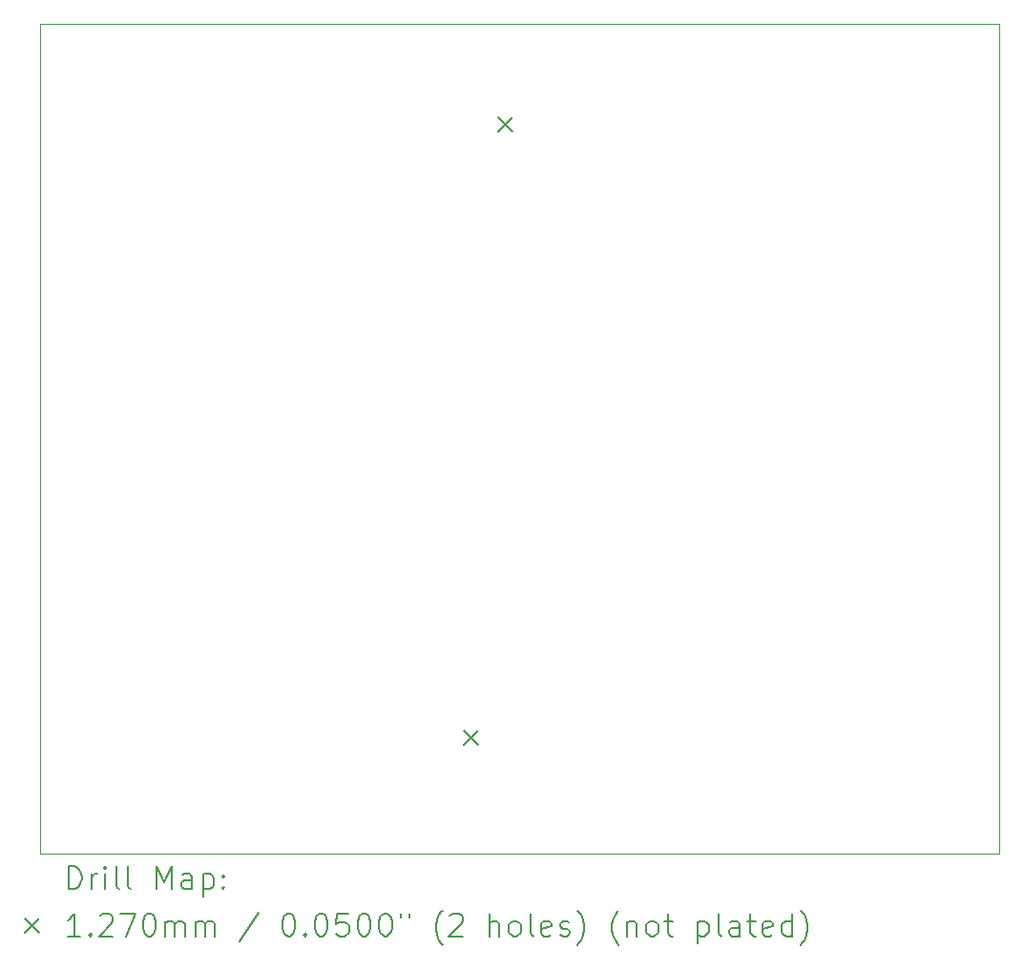
<source format=gbr>
%TF.GenerationSoftware,KiCad,Pcbnew,7.0.10*%
%TF.CreationDate,2024-03-14T12:03:40+01:00*%
%TF.ProjectId,FMC_breakout,464d435f-6272-4656-916b-6f75742e6b69,1.2*%
%TF.SameCoordinates,Original*%
%TF.FileFunction,Drillmap*%
%TF.FilePolarity,Positive*%
%FSLAX45Y45*%
G04 Gerber Fmt 4.5, Leading zero omitted, Abs format (unit mm)*
G04 Created by KiCad (PCBNEW 7.0.10) date 2024-03-14 12:03:40*
%MOMM*%
%LPD*%
G01*
G04 APERTURE LIST*
%ADD10C,0.100000*%
%ADD11C,0.200000*%
%ADD12C,0.127000*%
G04 APERTURE END LIST*
D10*
X2984500Y-5588000D02*
X11493500Y-5588000D01*
X11493500Y-12954000D01*
X2984500Y-12954000D01*
X2984500Y-5588000D01*
D11*
D12*
X6740500Y-11863000D02*
X6867500Y-11990000D01*
X6867500Y-11863000D02*
X6740500Y-11990000D01*
X7045500Y-6425000D02*
X7172500Y-6552000D01*
X7172500Y-6425000D02*
X7045500Y-6552000D01*
D11*
X3240277Y-13270484D02*
X3240277Y-13070484D01*
X3240277Y-13070484D02*
X3287896Y-13070484D01*
X3287896Y-13070484D02*
X3316467Y-13080008D01*
X3316467Y-13080008D02*
X3335515Y-13099055D01*
X3335515Y-13099055D02*
X3345039Y-13118103D01*
X3345039Y-13118103D02*
X3354562Y-13156198D01*
X3354562Y-13156198D02*
X3354562Y-13184769D01*
X3354562Y-13184769D02*
X3345039Y-13222865D01*
X3345039Y-13222865D02*
X3335515Y-13241912D01*
X3335515Y-13241912D02*
X3316467Y-13260960D01*
X3316467Y-13260960D02*
X3287896Y-13270484D01*
X3287896Y-13270484D02*
X3240277Y-13270484D01*
X3440277Y-13270484D02*
X3440277Y-13137150D01*
X3440277Y-13175246D02*
X3449801Y-13156198D01*
X3449801Y-13156198D02*
X3459324Y-13146674D01*
X3459324Y-13146674D02*
X3478372Y-13137150D01*
X3478372Y-13137150D02*
X3497420Y-13137150D01*
X3564086Y-13270484D02*
X3564086Y-13137150D01*
X3564086Y-13070484D02*
X3554562Y-13080008D01*
X3554562Y-13080008D02*
X3564086Y-13089531D01*
X3564086Y-13089531D02*
X3573610Y-13080008D01*
X3573610Y-13080008D02*
X3564086Y-13070484D01*
X3564086Y-13070484D02*
X3564086Y-13089531D01*
X3687896Y-13270484D02*
X3668848Y-13260960D01*
X3668848Y-13260960D02*
X3659324Y-13241912D01*
X3659324Y-13241912D02*
X3659324Y-13070484D01*
X3792658Y-13270484D02*
X3773610Y-13260960D01*
X3773610Y-13260960D02*
X3764086Y-13241912D01*
X3764086Y-13241912D02*
X3764086Y-13070484D01*
X4021229Y-13270484D02*
X4021229Y-13070484D01*
X4021229Y-13070484D02*
X4087896Y-13213341D01*
X4087896Y-13213341D02*
X4154562Y-13070484D01*
X4154562Y-13070484D02*
X4154562Y-13270484D01*
X4335515Y-13270484D02*
X4335515Y-13165722D01*
X4335515Y-13165722D02*
X4325991Y-13146674D01*
X4325991Y-13146674D02*
X4306944Y-13137150D01*
X4306944Y-13137150D02*
X4268848Y-13137150D01*
X4268848Y-13137150D02*
X4249801Y-13146674D01*
X4335515Y-13260960D02*
X4316467Y-13270484D01*
X4316467Y-13270484D02*
X4268848Y-13270484D01*
X4268848Y-13270484D02*
X4249801Y-13260960D01*
X4249801Y-13260960D02*
X4240277Y-13241912D01*
X4240277Y-13241912D02*
X4240277Y-13222865D01*
X4240277Y-13222865D02*
X4249801Y-13203817D01*
X4249801Y-13203817D02*
X4268848Y-13194293D01*
X4268848Y-13194293D02*
X4316467Y-13194293D01*
X4316467Y-13194293D02*
X4335515Y-13184769D01*
X4430753Y-13137150D02*
X4430753Y-13337150D01*
X4430753Y-13146674D02*
X4449801Y-13137150D01*
X4449801Y-13137150D02*
X4487896Y-13137150D01*
X4487896Y-13137150D02*
X4506944Y-13146674D01*
X4506944Y-13146674D02*
X4516467Y-13156198D01*
X4516467Y-13156198D02*
X4525991Y-13175246D01*
X4525991Y-13175246D02*
X4525991Y-13232388D01*
X4525991Y-13232388D02*
X4516467Y-13251436D01*
X4516467Y-13251436D02*
X4506944Y-13260960D01*
X4506944Y-13260960D02*
X4487896Y-13270484D01*
X4487896Y-13270484D02*
X4449801Y-13270484D01*
X4449801Y-13270484D02*
X4430753Y-13260960D01*
X4611705Y-13251436D02*
X4621229Y-13260960D01*
X4621229Y-13260960D02*
X4611705Y-13270484D01*
X4611705Y-13270484D02*
X4602182Y-13260960D01*
X4602182Y-13260960D02*
X4611705Y-13251436D01*
X4611705Y-13251436D02*
X4611705Y-13270484D01*
X4611705Y-13146674D02*
X4621229Y-13156198D01*
X4621229Y-13156198D02*
X4611705Y-13165722D01*
X4611705Y-13165722D02*
X4602182Y-13156198D01*
X4602182Y-13156198D02*
X4611705Y-13146674D01*
X4611705Y-13146674D02*
X4611705Y-13165722D01*
D12*
X2852500Y-13535500D02*
X2979500Y-13662500D01*
X2979500Y-13535500D02*
X2852500Y-13662500D01*
D11*
X3345039Y-13690484D02*
X3230753Y-13690484D01*
X3287896Y-13690484D02*
X3287896Y-13490484D01*
X3287896Y-13490484D02*
X3268848Y-13519055D01*
X3268848Y-13519055D02*
X3249801Y-13538103D01*
X3249801Y-13538103D02*
X3230753Y-13547627D01*
X3430753Y-13671436D02*
X3440277Y-13680960D01*
X3440277Y-13680960D02*
X3430753Y-13690484D01*
X3430753Y-13690484D02*
X3421229Y-13680960D01*
X3421229Y-13680960D02*
X3430753Y-13671436D01*
X3430753Y-13671436D02*
X3430753Y-13690484D01*
X3516467Y-13509531D02*
X3525991Y-13500008D01*
X3525991Y-13500008D02*
X3545039Y-13490484D01*
X3545039Y-13490484D02*
X3592658Y-13490484D01*
X3592658Y-13490484D02*
X3611705Y-13500008D01*
X3611705Y-13500008D02*
X3621229Y-13509531D01*
X3621229Y-13509531D02*
X3630753Y-13528579D01*
X3630753Y-13528579D02*
X3630753Y-13547627D01*
X3630753Y-13547627D02*
X3621229Y-13576198D01*
X3621229Y-13576198D02*
X3506943Y-13690484D01*
X3506943Y-13690484D02*
X3630753Y-13690484D01*
X3697420Y-13490484D02*
X3830753Y-13490484D01*
X3830753Y-13490484D02*
X3745039Y-13690484D01*
X3945039Y-13490484D02*
X3964086Y-13490484D01*
X3964086Y-13490484D02*
X3983134Y-13500008D01*
X3983134Y-13500008D02*
X3992658Y-13509531D01*
X3992658Y-13509531D02*
X4002182Y-13528579D01*
X4002182Y-13528579D02*
X4011705Y-13566674D01*
X4011705Y-13566674D02*
X4011705Y-13614293D01*
X4011705Y-13614293D02*
X4002182Y-13652388D01*
X4002182Y-13652388D02*
X3992658Y-13671436D01*
X3992658Y-13671436D02*
X3983134Y-13680960D01*
X3983134Y-13680960D02*
X3964086Y-13690484D01*
X3964086Y-13690484D02*
X3945039Y-13690484D01*
X3945039Y-13690484D02*
X3925991Y-13680960D01*
X3925991Y-13680960D02*
X3916467Y-13671436D01*
X3916467Y-13671436D02*
X3906943Y-13652388D01*
X3906943Y-13652388D02*
X3897420Y-13614293D01*
X3897420Y-13614293D02*
X3897420Y-13566674D01*
X3897420Y-13566674D02*
X3906943Y-13528579D01*
X3906943Y-13528579D02*
X3916467Y-13509531D01*
X3916467Y-13509531D02*
X3925991Y-13500008D01*
X3925991Y-13500008D02*
X3945039Y-13490484D01*
X4097420Y-13690484D02*
X4097420Y-13557150D01*
X4097420Y-13576198D02*
X4106943Y-13566674D01*
X4106943Y-13566674D02*
X4125991Y-13557150D01*
X4125991Y-13557150D02*
X4154563Y-13557150D01*
X4154563Y-13557150D02*
X4173610Y-13566674D01*
X4173610Y-13566674D02*
X4183134Y-13585722D01*
X4183134Y-13585722D02*
X4183134Y-13690484D01*
X4183134Y-13585722D02*
X4192658Y-13566674D01*
X4192658Y-13566674D02*
X4211705Y-13557150D01*
X4211705Y-13557150D02*
X4240277Y-13557150D01*
X4240277Y-13557150D02*
X4259325Y-13566674D01*
X4259325Y-13566674D02*
X4268848Y-13585722D01*
X4268848Y-13585722D02*
X4268848Y-13690484D01*
X4364086Y-13690484D02*
X4364086Y-13557150D01*
X4364086Y-13576198D02*
X4373610Y-13566674D01*
X4373610Y-13566674D02*
X4392658Y-13557150D01*
X4392658Y-13557150D02*
X4421229Y-13557150D01*
X4421229Y-13557150D02*
X4440277Y-13566674D01*
X4440277Y-13566674D02*
X4449801Y-13585722D01*
X4449801Y-13585722D02*
X4449801Y-13690484D01*
X4449801Y-13585722D02*
X4459325Y-13566674D01*
X4459325Y-13566674D02*
X4478372Y-13557150D01*
X4478372Y-13557150D02*
X4506944Y-13557150D01*
X4506944Y-13557150D02*
X4525991Y-13566674D01*
X4525991Y-13566674D02*
X4535515Y-13585722D01*
X4535515Y-13585722D02*
X4535515Y-13690484D01*
X4925991Y-13480960D02*
X4754563Y-13738103D01*
X5183134Y-13490484D02*
X5202182Y-13490484D01*
X5202182Y-13490484D02*
X5221229Y-13500008D01*
X5221229Y-13500008D02*
X5230753Y-13509531D01*
X5230753Y-13509531D02*
X5240277Y-13528579D01*
X5240277Y-13528579D02*
X5249801Y-13566674D01*
X5249801Y-13566674D02*
X5249801Y-13614293D01*
X5249801Y-13614293D02*
X5240277Y-13652388D01*
X5240277Y-13652388D02*
X5230753Y-13671436D01*
X5230753Y-13671436D02*
X5221229Y-13680960D01*
X5221229Y-13680960D02*
X5202182Y-13690484D01*
X5202182Y-13690484D02*
X5183134Y-13690484D01*
X5183134Y-13690484D02*
X5164087Y-13680960D01*
X5164087Y-13680960D02*
X5154563Y-13671436D01*
X5154563Y-13671436D02*
X5145039Y-13652388D01*
X5145039Y-13652388D02*
X5135515Y-13614293D01*
X5135515Y-13614293D02*
X5135515Y-13566674D01*
X5135515Y-13566674D02*
X5145039Y-13528579D01*
X5145039Y-13528579D02*
X5154563Y-13509531D01*
X5154563Y-13509531D02*
X5164087Y-13500008D01*
X5164087Y-13500008D02*
X5183134Y-13490484D01*
X5335515Y-13671436D02*
X5345039Y-13680960D01*
X5345039Y-13680960D02*
X5335515Y-13690484D01*
X5335515Y-13690484D02*
X5325991Y-13680960D01*
X5325991Y-13680960D02*
X5335515Y-13671436D01*
X5335515Y-13671436D02*
X5335515Y-13690484D01*
X5468848Y-13490484D02*
X5487896Y-13490484D01*
X5487896Y-13490484D02*
X5506944Y-13500008D01*
X5506944Y-13500008D02*
X5516468Y-13509531D01*
X5516468Y-13509531D02*
X5525991Y-13528579D01*
X5525991Y-13528579D02*
X5535515Y-13566674D01*
X5535515Y-13566674D02*
X5535515Y-13614293D01*
X5535515Y-13614293D02*
X5525991Y-13652388D01*
X5525991Y-13652388D02*
X5516468Y-13671436D01*
X5516468Y-13671436D02*
X5506944Y-13680960D01*
X5506944Y-13680960D02*
X5487896Y-13690484D01*
X5487896Y-13690484D02*
X5468848Y-13690484D01*
X5468848Y-13690484D02*
X5449801Y-13680960D01*
X5449801Y-13680960D02*
X5440277Y-13671436D01*
X5440277Y-13671436D02*
X5430753Y-13652388D01*
X5430753Y-13652388D02*
X5421229Y-13614293D01*
X5421229Y-13614293D02*
X5421229Y-13566674D01*
X5421229Y-13566674D02*
X5430753Y-13528579D01*
X5430753Y-13528579D02*
X5440277Y-13509531D01*
X5440277Y-13509531D02*
X5449801Y-13500008D01*
X5449801Y-13500008D02*
X5468848Y-13490484D01*
X5716467Y-13490484D02*
X5621229Y-13490484D01*
X5621229Y-13490484D02*
X5611706Y-13585722D01*
X5611706Y-13585722D02*
X5621229Y-13576198D01*
X5621229Y-13576198D02*
X5640277Y-13566674D01*
X5640277Y-13566674D02*
X5687896Y-13566674D01*
X5687896Y-13566674D02*
X5706944Y-13576198D01*
X5706944Y-13576198D02*
X5716467Y-13585722D01*
X5716467Y-13585722D02*
X5725991Y-13604769D01*
X5725991Y-13604769D02*
X5725991Y-13652388D01*
X5725991Y-13652388D02*
X5716467Y-13671436D01*
X5716467Y-13671436D02*
X5706944Y-13680960D01*
X5706944Y-13680960D02*
X5687896Y-13690484D01*
X5687896Y-13690484D02*
X5640277Y-13690484D01*
X5640277Y-13690484D02*
X5621229Y-13680960D01*
X5621229Y-13680960D02*
X5611706Y-13671436D01*
X5849801Y-13490484D02*
X5868848Y-13490484D01*
X5868848Y-13490484D02*
X5887896Y-13500008D01*
X5887896Y-13500008D02*
X5897420Y-13509531D01*
X5897420Y-13509531D02*
X5906944Y-13528579D01*
X5906944Y-13528579D02*
X5916467Y-13566674D01*
X5916467Y-13566674D02*
X5916467Y-13614293D01*
X5916467Y-13614293D02*
X5906944Y-13652388D01*
X5906944Y-13652388D02*
X5897420Y-13671436D01*
X5897420Y-13671436D02*
X5887896Y-13680960D01*
X5887896Y-13680960D02*
X5868848Y-13690484D01*
X5868848Y-13690484D02*
X5849801Y-13690484D01*
X5849801Y-13690484D02*
X5830753Y-13680960D01*
X5830753Y-13680960D02*
X5821229Y-13671436D01*
X5821229Y-13671436D02*
X5811706Y-13652388D01*
X5811706Y-13652388D02*
X5802182Y-13614293D01*
X5802182Y-13614293D02*
X5802182Y-13566674D01*
X5802182Y-13566674D02*
X5811706Y-13528579D01*
X5811706Y-13528579D02*
X5821229Y-13509531D01*
X5821229Y-13509531D02*
X5830753Y-13500008D01*
X5830753Y-13500008D02*
X5849801Y-13490484D01*
X6040277Y-13490484D02*
X6059325Y-13490484D01*
X6059325Y-13490484D02*
X6078372Y-13500008D01*
X6078372Y-13500008D02*
X6087896Y-13509531D01*
X6087896Y-13509531D02*
X6097420Y-13528579D01*
X6097420Y-13528579D02*
X6106944Y-13566674D01*
X6106944Y-13566674D02*
X6106944Y-13614293D01*
X6106944Y-13614293D02*
X6097420Y-13652388D01*
X6097420Y-13652388D02*
X6087896Y-13671436D01*
X6087896Y-13671436D02*
X6078372Y-13680960D01*
X6078372Y-13680960D02*
X6059325Y-13690484D01*
X6059325Y-13690484D02*
X6040277Y-13690484D01*
X6040277Y-13690484D02*
X6021229Y-13680960D01*
X6021229Y-13680960D02*
X6011706Y-13671436D01*
X6011706Y-13671436D02*
X6002182Y-13652388D01*
X6002182Y-13652388D02*
X5992658Y-13614293D01*
X5992658Y-13614293D02*
X5992658Y-13566674D01*
X5992658Y-13566674D02*
X6002182Y-13528579D01*
X6002182Y-13528579D02*
X6011706Y-13509531D01*
X6011706Y-13509531D02*
X6021229Y-13500008D01*
X6021229Y-13500008D02*
X6040277Y-13490484D01*
X6183134Y-13490484D02*
X6183134Y-13528579D01*
X6259325Y-13490484D02*
X6259325Y-13528579D01*
X6554563Y-13766674D02*
X6545039Y-13757150D01*
X6545039Y-13757150D02*
X6525991Y-13728579D01*
X6525991Y-13728579D02*
X6516468Y-13709531D01*
X6516468Y-13709531D02*
X6506944Y-13680960D01*
X6506944Y-13680960D02*
X6497420Y-13633341D01*
X6497420Y-13633341D02*
X6497420Y-13595246D01*
X6497420Y-13595246D02*
X6506944Y-13547627D01*
X6506944Y-13547627D02*
X6516468Y-13519055D01*
X6516468Y-13519055D02*
X6525991Y-13500008D01*
X6525991Y-13500008D02*
X6545039Y-13471436D01*
X6545039Y-13471436D02*
X6554563Y-13461912D01*
X6621229Y-13509531D02*
X6630753Y-13500008D01*
X6630753Y-13500008D02*
X6649801Y-13490484D01*
X6649801Y-13490484D02*
X6697420Y-13490484D01*
X6697420Y-13490484D02*
X6716468Y-13500008D01*
X6716468Y-13500008D02*
X6725991Y-13509531D01*
X6725991Y-13509531D02*
X6735515Y-13528579D01*
X6735515Y-13528579D02*
X6735515Y-13547627D01*
X6735515Y-13547627D02*
X6725991Y-13576198D01*
X6725991Y-13576198D02*
X6611706Y-13690484D01*
X6611706Y-13690484D02*
X6735515Y-13690484D01*
X6973610Y-13690484D02*
X6973610Y-13490484D01*
X7059325Y-13690484D02*
X7059325Y-13585722D01*
X7059325Y-13585722D02*
X7049801Y-13566674D01*
X7049801Y-13566674D02*
X7030753Y-13557150D01*
X7030753Y-13557150D02*
X7002182Y-13557150D01*
X7002182Y-13557150D02*
X6983134Y-13566674D01*
X6983134Y-13566674D02*
X6973610Y-13576198D01*
X7183134Y-13690484D02*
X7164087Y-13680960D01*
X7164087Y-13680960D02*
X7154563Y-13671436D01*
X7154563Y-13671436D02*
X7145039Y-13652388D01*
X7145039Y-13652388D02*
X7145039Y-13595246D01*
X7145039Y-13595246D02*
X7154563Y-13576198D01*
X7154563Y-13576198D02*
X7164087Y-13566674D01*
X7164087Y-13566674D02*
X7183134Y-13557150D01*
X7183134Y-13557150D02*
X7211706Y-13557150D01*
X7211706Y-13557150D02*
X7230753Y-13566674D01*
X7230753Y-13566674D02*
X7240277Y-13576198D01*
X7240277Y-13576198D02*
X7249801Y-13595246D01*
X7249801Y-13595246D02*
X7249801Y-13652388D01*
X7249801Y-13652388D02*
X7240277Y-13671436D01*
X7240277Y-13671436D02*
X7230753Y-13680960D01*
X7230753Y-13680960D02*
X7211706Y-13690484D01*
X7211706Y-13690484D02*
X7183134Y-13690484D01*
X7364087Y-13690484D02*
X7345039Y-13680960D01*
X7345039Y-13680960D02*
X7335515Y-13661912D01*
X7335515Y-13661912D02*
X7335515Y-13490484D01*
X7516468Y-13680960D02*
X7497420Y-13690484D01*
X7497420Y-13690484D02*
X7459325Y-13690484D01*
X7459325Y-13690484D02*
X7440277Y-13680960D01*
X7440277Y-13680960D02*
X7430753Y-13661912D01*
X7430753Y-13661912D02*
X7430753Y-13585722D01*
X7430753Y-13585722D02*
X7440277Y-13566674D01*
X7440277Y-13566674D02*
X7459325Y-13557150D01*
X7459325Y-13557150D02*
X7497420Y-13557150D01*
X7497420Y-13557150D02*
X7516468Y-13566674D01*
X7516468Y-13566674D02*
X7525991Y-13585722D01*
X7525991Y-13585722D02*
X7525991Y-13604769D01*
X7525991Y-13604769D02*
X7430753Y-13623817D01*
X7602182Y-13680960D02*
X7621230Y-13690484D01*
X7621230Y-13690484D02*
X7659325Y-13690484D01*
X7659325Y-13690484D02*
X7678372Y-13680960D01*
X7678372Y-13680960D02*
X7687896Y-13661912D01*
X7687896Y-13661912D02*
X7687896Y-13652388D01*
X7687896Y-13652388D02*
X7678372Y-13633341D01*
X7678372Y-13633341D02*
X7659325Y-13623817D01*
X7659325Y-13623817D02*
X7630753Y-13623817D01*
X7630753Y-13623817D02*
X7611706Y-13614293D01*
X7611706Y-13614293D02*
X7602182Y-13595246D01*
X7602182Y-13595246D02*
X7602182Y-13585722D01*
X7602182Y-13585722D02*
X7611706Y-13566674D01*
X7611706Y-13566674D02*
X7630753Y-13557150D01*
X7630753Y-13557150D02*
X7659325Y-13557150D01*
X7659325Y-13557150D02*
X7678372Y-13566674D01*
X7754563Y-13766674D02*
X7764087Y-13757150D01*
X7764087Y-13757150D02*
X7783134Y-13728579D01*
X7783134Y-13728579D02*
X7792658Y-13709531D01*
X7792658Y-13709531D02*
X7802182Y-13680960D01*
X7802182Y-13680960D02*
X7811706Y-13633341D01*
X7811706Y-13633341D02*
X7811706Y-13595246D01*
X7811706Y-13595246D02*
X7802182Y-13547627D01*
X7802182Y-13547627D02*
X7792658Y-13519055D01*
X7792658Y-13519055D02*
X7783134Y-13500008D01*
X7783134Y-13500008D02*
X7764087Y-13471436D01*
X7764087Y-13471436D02*
X7754563Y-13461912D01*
X8116468Y-13766674D02*
X8106944Y-13757150D01*
X8106944Y-13757150D02*
X8087896Y-13728579D01*
X8087896Y-13728579D02*
X8078372Y-13709531D01*
X8078372Y-13709531D02*
X8068849Y-13680960D01*
X8068849Y-13680960D02*
X8059325Y-13633341D01*
X8059325Y-13633341D02*
X8059325Y-13595246D01*
X8059325Y-13595246D02*
X8068849Y-13547627D01*
X8068849Y-13547627D02*
X8078372Y-13519055D01*
X8078372Y-13519055D02*
X8087896Y-13500008D01*
X8087896Y-13500008D02*
X8106944Y-13471436D01*
X8106944Y-13471436D02*
X8116468Y-13461912D01*
X8192658Y-13557150D02*
X8192658Y-13690484D01*
X8192658Y-13576198D02*
X8202182Y-13566674D01*
X8202182Y-13566674D02*
X8221230Y-13557150D01*
X8221230Y-13557150D02*
X8249801Y-13557150D01*
X8249801Y-13557150D02*
X8268849Y-13566674D01*
X8268849Y-13566674D02*
X8278372Y-13585722D01*
X8278372Y-13585722D02*
X8278372Y-13690484D01*
X8402182Y-13690484D02*
X8383134Y-13680960D01*
X8383134Y-13680960D02*
X8373611Y-13671436D01*
X8373611Y-13671436D02*
X8364087Y-13652388D01*
X8364087Y-13652388D02*
X8364087Y-13595246D01*
X8364087Y-13595246D02*
X8373611Y-13576198D01*
X8373611Y-13576198D02*
X8383134Y-13566674D01*
X8383134Y-13566674D02*
X8402182Y-13557150D01*
X8402182Y-13557150D02*
X8430754Y-13557150D01*
X8430754Y-13557150D02*
X8449801Y-13566674D01*
X8449801Y-13566674D02*
X8459325Y-13576198D01*
X8459325Y-13576198D02*
X8468849Y-13595246D01*
X8468849Y-13595246D02*
X8468849Y-13652388D01*
X8468849Y-13652388D02*
X8459325Y-13671436D01*
X8459325Y-13671436D02*
X8449801Y-13680960D01*
X8449801Y-13680960D02*
X8430754Y-13690484D01*
X8430754Y-13690484D02*
X8402182Y-13690484D01*
X8525992Y-13557150D02*
X8602182Y-13557150D01*
X8554563Y-13490484D02*
X8554563Y-13661912D01*
X8554563Y-13661912D02*
X8564087Y-13680960D01*
X8564087Y-13680960D02*
X8583134Y-13690484D01*
X8583134Y-13690484D02*
X8602182Y-13690484D01*
X8821230Y-13557150D02*
X8821230Y-13757150D01*
X8821230Y-13566674D02*
X8840277Y-13557150D01*
X8840277Y-13557150D02*
X8878373Y-13557150D01*
X8878373Y-13557150D02*
X8897420Y-13566674D01*
X8897420Y-13566674D02*
X8906944Y-13576198D01*
X8906944Y-13576198D02*
X8916468Y-13595246D01*
X8916468Y-13595246D02*
X8916468Y-13652388D01*
X8916468Y-13652388D02*
X8906944Y-13671436D01*
X8906944Y-13671436D02*
X8897420Y-13680960D01*
X8897420Y-13680960D02*
X8878373Y-13690484D01*
X8878373Y-13690484D02*
X8840277Y-13690484D01*
X8840277Y-13690484D02*
X8821230Y-13680960D01*
X9030754Y-13690484D02*
X9011706Y-13680960D01*
X9011706Y-13680960D02*
X9002182Y-13661912D01*
X9002182Y-13661912D02*
X9002182Y-13490484D01*
X9192658Y-13690484D02*
X9192658Y-13585722D01*
X9192658Y-13585722D02*
X9183135Y-13566674D01*
X9183135Y-13566674D02*
X9164087Y-13557150D01*
X9164087Y-13557150D02*
X9125992Y-13557150D01*
X9125992Y-13557150D02*
X9106944Y-13566674D01*
X9192658Y-13680960D02*
X9173611Y-13690484D01*
X9173611Y-13690484D02*
X9125992Y-13690484D01*
X9125992Y-13690484D02*
X9106944Y-13680960D01*
X9106944Y-13680960D02*
X9097420Y-13661912D01*
X9097420Y-13661912D02*
X9097420Y-13642865D01*
X9097420Y-13642865D02*
X9106944Y-13623817D01*
X9106944Y-13623817D02*
X9125992Y-13614293D01*
X9125992Y-13614293D02*
X9173611Y-13614293D01*
X9173611Y-13614293D02*
X9192658Y-13604769D01*
X9259325Y-13557150D02*
X9335515Y-13557150D01*
X9287896Y-13490484D02*
X9287896Y-13661912D01*
X9287896Y-13661912D02*
X9297420Y-13680960D01*
X9297420Y-13680960D02*
X9316468Y-13690484D01*
X9316468Y-13690484D02*
X9335515Y-13690484D01*
X9478373Y-13680960D02*
X9459325Y-13690484D01*
X9459325Y-13690484D02*
X9421230Y-13690484D01*
X9421230Y-13690484D02*
X9402182Y-13680960D01*
X9402182Y-13680960D02*
X9392658Y-13661912D01*
X9392658Y-13661912D02*
X9392658Y-13585722D01*
X9392658Y-13585722D02*
X9402182Y-13566674D01*
X9402182Y-13566674D02*
X9421230Y-13557150D01*
X9421230Y-13557150D02*
X9459325Y-13557150D01*
X9459325Y-13557150D02*
X9478373Y-13566674D01*
X9478373Y-13566674D02*
X9487896Y-13585722D01*
X9487896Y-13585722D02*
X9487896Y-13604769D01*
X9487896Y-13604769D02*
X9392658Y-13623817D01*
X9659325Y-13690484D02*
X9659325Y-13490484D01*
X9659325Y-13680960D02*
X9640277Y-13690484D01*
X9640277Y-13690484D02*
X9602182Y-13690484D01*
X9602182Y-13690484D02*
X9583135Y-13680960D01*
X9583135Y-13680960D02*
X9573611Y-13671436D01*
X9573611Y-13671436D02*
X9564087Y-13652388D01*
X9564087Y-13652388D02*
X9564087Y-13595246D01*
X9564087Y-13595246D02*
X9573611Y-13576198D01*
X9573611Y-13576198D02*
X9583135Y-13566674D01*
X9583135Y-13566674D02*
X9602182Y-13557150D01*
X9602182Y-13557150D02*
X9640277Y-13557150D01*
X9640277Y-13557150D02*
X9659325Y-13566674D01*
X9735516Y-13766674D02*
X9745039Y-13757150D01*
X9745039Y-13757150D02*
X9764087Y-13728579D01*
X9764087Y-13728579D02*
X9773611Y-13709531D01*
X9773611Y-13709531D02*
X9783135Y-13680960D01*
X9783135Y-13680960D02*
X9792658Y-13633341D01*
X9792658Y-13633341D02*
X9792658Y-13595246D01*
X9792658Y-13595246D02*
X9783135Y-13547627D01*
X9783135Y-13547627D02*
X9773611Y-13519055D01*
X9773611Y-13519055D02*
X9764087Y-13500008D01*
X9764087Y-13500008D02*
X9745039Y-13471436D01*
X9745039Y-13471436D02*
X9735516Y-13461912D01*
M02*

</source>
